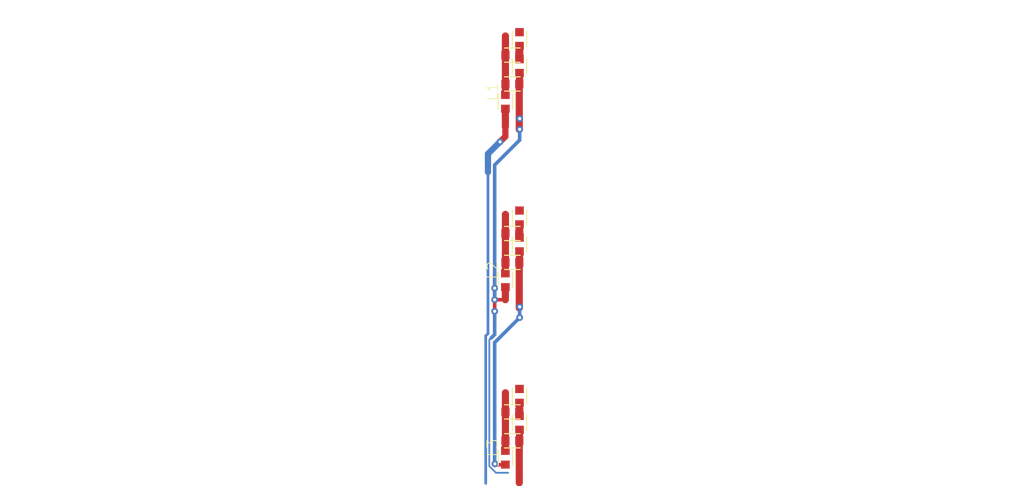
<source format=kicad_pcb>
(kicad_pcb (version 20221018) (generator pcbnew)
  (layers (0 "F.Cu" signal) (31 "B.Cu" signal) (34 "B.Paste" user) (35 "F.Paste" user) (36 "B.SilkS" user "B.Silkscreen") (37 "F.SilkS" user "F.Silkscreen") (38 "B.Mask" user) (39 "F.Mask" user) (44 "Edge.Cuts" user))
  (net 0 "")
  (net 1 "ADC")
  (net 2 "GND")
  (net 3 "N$7")
  (net 4 "ANTIN")
  (net 5 "INPUT1")
  (net 6 "N$1")
  (net 7 "ANTIN2")
  (net 8 "INPUT2")
  (net 9 "N$2")
  (net 10 "ANTIN4")
  (footprint "PCB_rectenna_withL_Array v2:CAPC1608X85" (layer "F.Cu") (at 149.2811 125.3836 -90)
    (fp_text reference "C1" hide)
    (fp_text value "")
    (fp_line (start 0.875 -0.7991) (end -0.875 -0.7991) (stroke (width 0.127)) (layer "F.SilkS"))
    (fp_line (start 0.875 0.7991) (end -0.875 0.7991) (stroke (width 0.127)) (layer "F.SilkS"))
    (pad "1" smd rect (at -0.7746 0 270) (size 0.9209 0.9702) (layers "F.Cu" "F.Paste" "F.Mask") (net 7 "ANTIN2"))
    (pad "2" smd rect (at 0.7746 0 270) (size 0.9209 0.9702) (layers "F.Cu" "F.Paste" "F.Mask") (net 6 "N$1"))
  )
  (footprint "PCB_rectenna_withL_Array v2:CAPC1608X85" (layer "F.Cu") (at 149.2811 148.41105 90)
    (fp_text reference "C11" hide)
    (fp_text value "")
    (fp_line (start 0.875 -0.7991) (end -0.875 -0.7991) (stroke (width 0.127)) (layer "F.SilkS"))
    (fp_line (start 0.875 0.7991) (end -0.875 0.7991) (stroke (width 0.127)) (layer "F.SilkS"))
    (pad "1" smd rect (at -0.7746 0 90) (size 0.9209 0.9702) (layers "F.Cu" "F.Paste" "F.Mask") (net 8 "INPUT2"))
    (pad "2" smd rect (at 0.7746 0 90) (size 0.9209 0.9702) (layers "F.Cu" "F.Paste" "F.Mask") (net 9 "N$2"))
  )
  (footprint "PCB_rectenna_withL_Array v2:CAPC1608X85" (layer "F.Cu") (at 148.4811 147.1836)
    (fp_text reference "C10" hide)
    (fp_text value "")
    (fp_line (start 0.875 -0.7991) (end -0.875 -0.7991) (stroke (width 0.127)) (layer "F.SilkS"))
    (fp_line (start 0.875 0.7991) (end -0.875 0.7991) (stroke (width 0.127)) (layer "F.SilkS"))
    (pad "1" smd rect (at -0.7746 0) (size 0.9209 0.9702) (layers "F.Cu" "F.Paste" "F.Mask") (net 10 "ANTIN4"))
    (pad "2" smd rect (at 0.7746 0) (size 0.9209 0.9702) (layers "F.Cu" "F.Paste" "F.Mask") (net 9 "N$2"))
  )
  (footprint "PCB_rectenna_withL_Array v2:INDC1608X95N" (layer "F.Cu") (at 147.7011 132.4036 90)
    (fp_text reference "L2" (at 0 -1.4341 90) (layer "F.SilkS") (effects (font (size 1.176528 1.176528) (thickness 0.093472)) (justify left)))
    (fp_text value "")
    (fp_line (start 0.875 -0.7991) (end -0.875 -0.7991) (stroke (width 0.12)) (layer "F.SilkS"))
    (fp_line (start 0.875 0.7991) (end -0.875 0.7991) (stroke (width 0.12)) (layer "F.SilkS"))
    (pad "1" smd rect (at -0.7851 0 90) (size 0.9 0.9702) (layers "F.Cu" "F.Paste" "F.Mask") (net 1 "ADC"))
    (pad "2" smd rect (at 0.7688 0 90) (size 0.9326 0.9702) (layers "F.Cu" "F.Paste" "F.Mask") (net 7 "ANTIN2"))
  )
  (footprint "PCB_rectenna_withL_Array v2:CAPC1608X85" (layer "F.Cu") (at 148.4811 107.1836)
    (fp_text reference "C5" hide)
    (fp_text value "")
    (fp_line (start 0.875 -0.7991) (end -0.875 -0.7991) (stroke (width 0.127)) (layer "F.SilkS"))
    (fp_line (start 0.875 0.7991) (end -0.875 0.7991) (stroke (width 0.127)) (layer "F.SilkS"))
    (pad "1" smd rect (at -0.7746 0) (size 0.9209 0.9702) (layers "F.Cu" "F.Paste" "F.Mask") (net 4 "ANTIN"))
    (pad "2" smd rect (at 0.7746 0) (size 0.9209 0.9702) (layers "F.Cu" "F.Paste" "F.Mask") (net 3 "N$7"))
  )
  (footprint "PCB_rectenna_withL_Array v2:INDC1608X95N" (layer "F.Cu") (at 147.7011 112.4036 90)
    (fp_text reference "L1" (at 0 -1.4341 90) (layer "F.SilkS") (effects (font (size 1.176528 1.176528) (thickness 0.093472)) (justify left)))
    (fp_text value "")
    (fp_line (start 0.875 -0.7991) (end -0.875 -0.7991) (stroke (width 0.12)) (layer "F.SilkS"))
    (fp_line (start 0.875 0.7991) (end -0.875 0.7991) (stroke (width 0.12)) (layer "F.SilkS"))
    (pad "1" smd rect (at -0.7851 0 90) (size 0.9 0.9702) (layers "F.Cu" "F.Paste" "F.Mask") (net 2 "GND"))
    (pad "2" smd rect (at 0.7688 0 90) (size 0.9326 0.9702) (layers "F.Cu" "F.Paste" "F.Mask") (net 4 "ANTIN"))
  )
  (footprint "PCB_rectenna_withL_Array v2:CAPC1608X85" (layer "F.Cu") (at 148.4811 110.4187 180)
    (fp_text reference "C7" hide)
    (fp_text value "")
    (fp_line (start 0.875 -0.7991) (end -0.875 -0.7991) (stroke (width 0.127)) (layer "F.SilkS"))
    (fp_line (start 0.875 0.7991) (end -0.875 0.7991) (stroke (width 0.127)) (layer "F.SilkS"))
    (pad "1" smd rect (at -0.7746 0 180) (size 0.9209 0.9702) (layers "F.Cu" "F.Paste" "F.Mask") (net 1 "ADC"))
    (pad "2" smd rect (at 0.7746 0 180) (size 0.9209 0.9702) (layers "F.Cu" "F.Paste" "F.Mask") (net 4 "ANTIN"))
  )
  (footprint "PCB_rectenna_withL_Array v2:CAPC1608X85" (layer "F.Cu") (at 149.2811 108.41105 90)
    (fp_text reference "C6" hide)
    (fp_text value "")
    (fp_line (start 0.875 -0.7991) (end -0.875 -0.7991) (stroke (width 0.127)) (layer "F.SilkS"))
    (fp_line (start 0.875 0.7991) (end -0.875 0.7991) (stroke (width 0.127)) (layer "F.SilkS"))
    (pad "1" smd rect (at -0.7746 0 90) (size 0.9209 0.9702) (layers "F.Cu" "F.Paste" "F.Mask") (net 1 "ADC"))
    (pad "2" smd rect (at 0.7746 0 90) (size 0.9209 0.9702) (layers "F.Cu" "F.Paste" "F.Mask") (net 3 "N$7"))
  )
  (footprint "PCB_rectenna_withL_Array v2:CAPC1608X85" (layer "F.Cu") (at 148.4811 127.1836)
    (fp_text reference "C2" hide)
    (fp_text value "")
    (fp_line (start 0.875 -0.7991) (end -0.875 -0.7991) (stroke (width 0.127)) (layer "F.SilkS"))
    (fp_line (start 0.875 0.7991) (end -0.875 0.7991) (stroke (width 0.127)) (layer "F.SilkS"))
    (pad "1" smd rect (at -0.7746 0) (size 0.9209 0.9702) (layers "F.Cu" "F.Paste" "F.Mask") (net 7 "ANTIN2"))
    (pad "2" smd rect (at 0.7746 0) (size 0.9209 0.9702) (layers "F.Cu" "F.Paste" "F.Mask") (net 6 "N$1"))
  )
  (footprint "PCB_rectenna_withL_Array v2:CAPC1608X85" (layer "F.Cu") (at 149.2811 145.3836 -90)
    (fp_text reference "C9" hide)
    (fp_text value "")
    (fp_line (start 0.875 -0.7991) (end -0.875 -0.7991) (stroke (width 0.127)) (layer "F.SilkS"))
    (fp_line (start 0.875 0.7991) (end -0.875 0.7991) (stroke (width 0.127)) (layer "F.SilkS"))
    (pad "1" smd rect (at -0.7746 0 270) (size 0.9209 0.9702) (layers "F.Cu" "F.Paste" "F.Mask") (net 10 "ANTIN4"))
    (pad "2" smd rect (at 0.7746 0 270) (size 0.9209 0.9702) (layers "F.Cu" "F.Paste" "F.Mask") (net 9 "N$2"))
  )
  (footprint "PCB_rectenna_withL_Array v2:INDC1608X95N" (layer "F.Cu") (at 147.7011 152.3036 90)
    (fp_text reference "L3" (at 0 -1.4341 90) (layer "F.SilkS") (effects (font (size 1.176528 1.176528) (thickness 0.093472)) (justify left)))
    (fp_text value "")
    (fp_line (start 0.875 -0.7991) (end -0.875 -0.7991) (stroke (width 0.12)) (layer "F.SilkS"))
    (fp_line (start 0.875 0.7991) (end -0.875 0.7991) (stroke (width 0.12)) (layer "F.SilkS"))
    (pad "1" smd rect (at -0.7851 0 90) (size 0.9 0.9702) (layers "F.Cu" "F.Paste" "F.Mask") (net 5 "INPUT1"))
    (pad "2" smd rect (at 0.7688 0 90) (size 0.9326 0.9702) (layers "F.Cu" "F.Paste" "F.Mask") (net 10 "ANTIN4"))
  )
  (footprint "PCB_rectenna_withL_Array v2:CAPC1608X85" (layer "F.Cu") (at 149.2811 105.3836 -90)
    (fp_text reference "C4" hide)
    (fp_text value "")
    (fp_line (start 0.875 -0.7991) (end -0.875 -0.7991) (stroke (width 0.127)) (layer "F.SilkS"))
    (fp_line (start 0.875 0.7991) (end -0.875 0.7991) (stroke (width 0.127)) (layer "F.SilkS"))
    (pad "1" smd rect (at -0.7746 0 270) (size 0.9209 0.9702) (layers "F.Cu" "F.Paste" "F.Mask") (net 4 "ANTIN"))
    (pad "2" smd rect (at 0.7746 0 270) (size 0.9209 0.9702) (layers "F.Cu" "F.Paste" "F.Mask") (net 3 "N$7"))
  )
  (footprint "PCB_rectenna_withL_Array v2:CAPC1608X85" (layer "F.Cu") (at 148.4811 130.4187 180)
    (fp_text reference "C8" hide)
    (fp_text value "")
    (fp_line (start 0.875 -0.7991) (end -0.875 -0.7991) (stroke (width 0.127)) (layer "F.SilkS"))
    (fp_line (start 0.875 0.7991) (end -0.875 0.7991) (stroke (width 0.127)) (layer "F.SilkS"))
    (pad "1" smd rect (at -0.7746 0 180) (size 0.9209 0.9702) (layers "F.Cu" "F.Paste" "F.Mask") (net 5 "INPUT1"))
    (pad "2" smd rect (at 0.7746 0 180) (size 0.9209 0.9702) (layers "F.Cu" "F.Paste" "F.Mask") (net 7 "ANTIN2"))
  )
  (footprint "PCB_rectenna_withL_Array v2:CAPC1608X85" (layer "F.Cu") (at 148.4811 150.4187 180)
    (fp_text reference "C12" hide)
    (fp_text value "")
    (fp_line (start 0.875 -0.7991) (end -0.875 -0.7991) (stroke (width 0.127)) (layer "F.SilkS"))
    (fp_line (start 0.875 0.7991) (end -0.875 0.7991) (stroke (width 0.127)) (layer "F.SilkS"))
    (pad "1" smd rect (at -0.7746 0 180) (size 0.9209 0.9702) (layers "F.Cu" "F.Paste" "F.Mask") (net 8 "INPUT2"))
    (pad "2" smd rect (at 0.7746 0 180) (size 0.9209 0.9702) (layers "F.Cu" "F.Paste" "F.Mask") (net 10 "ANTIN4"))
  )
  (footprint "PCB_rectenna_withL_Array v2:CAPC1608X85" (layer "F.Cu") (at 149.2811 128.41105 90)
    (fp_text reference "C3" hide)
    (fp_text value "")
    (fp_line (start 0.875 -0.7991) (end -0.875 -0.7991) (stroke (width 0.127)) (layer "F.SilkS"))
    (fp_line (start 0.875 0.7991) (end -0.875 0.7991) (stroke (width 0.127)) (layer "F.SilkS"))
    (pad "1" smd rect (at -0.7746 0 90) (size 0.9209 0.9702) (layers "F.Cu" "F.Paste" "F.Mask") (net 5 "INPUT1"))
    (pad "2" smd rect (at 0.7746 0 90) (size 0.9209 0.9702) (layers "F.Cu" "F.Paste" "F.Mask") (net 6 "N$1"))
  )
  (segment (start 149.2557 110.4187) (end 149.2557 115.5282) (width 0.8) (layer "F.Cu") (net 1))
  (segment (start 147.7011 134.6036) (end 147.7011 133.1887) (width 0.8) (layer "F.Cu") (net 1))
  (segment (start 149.2811 110.3933) (end 149.2557 110.4187) (width 0.8) (layer "F.Cu") (net 1))
  (segment (start 146.5011 134.6036) (end 146.5011 135.9036) (width 0.4) (layer "F.Cu") (net 1))
  (segment (start 149.2811 109.18565) (end 149.2811 110.3933) (width 0.8) (layer "F.Cu") (net 1))
  (segment (start 146.5011 134.6036) (end 146.5011 131.7036) (width 0.4) (layer "F.Cu") (net 1))
  (segment (start 146.5011 134.6036) (end 147.7011 134.6036) (width 0.4) (layer "F.Cu") (net 1))
  (via (at 146.5011 134.6036) (size 0.7564) (drill 0.35) (layers "F.Cu" "B.Cu") (net 1))
  (via (at 146.5011 133.3036) (size 0.7564) (drill 0.35) (layers "F.Cu" "B.Cu") (net 1))
  (via (at 149.3011 115.5036) (size 0.7564) (drill 0.35) (layers "F.Cu" "B.Cu") (net 1))
  (via (at 146.5011 135.9036) (size 0.7564) (drill 0.35) (layers "F.Cu" "B.Cu") (net 1))
  (via (at 149.3011 114.3036) (size 0.7564) (drill 0.35) (layers "F.Cu" "B.Cu") (net 1))
  (segment (start 146.639894 154.0036) (end 148.0035 154.0036) (width 0.2) (layer "B.Cu") (net 1))
  (segment (start 146.5011 134.6036) (end 146.5011 133.3036) (width 0.4) (layer "B.Cu") (net 1))
  (segment (start 149.3011 116.7036) (end 149.3011 115.5036) (width 0.4) (layer "B.Cu") (net 1))
  (segment (start 146.5011 119.5036) (end 149.3011 116.7036) (width 0.4) (layer "B.Cu") (net 1))
  (segment (start 146.1011 138.9036) (end 145.9011 139.1036) (width 0.2) (layer "B.Cu") (net 1))
  (segment (start 145.9011 139.1036) (end 145.9011 153.264806) (width 0.2) (layer "B.Cu") (net 1))
  (segment (start 145.9011 153.264806) (end 146.639894 154.0036) (width 0.2) (layer "B.Cu") (net 1))
  (segment (start 146.5011 135.9036) (end 146.5011 138.5036) (width 0.4) (layer "B.Cu") (net 1))
  (segment (start 146.5011 138.5036) (end 146.1011 138.9036) (width 0.4) (layer "B.Cu") (net 1))
  (segment (start 146.5011 133.3036) (end 146.5011 119.5036) (width 0.4) (layer "B.Cu") (net 1))
  (segment (start 147.7011 115.2036) (end 147.7011 116.3036) (width 0.7) (layer "F.Cu") (net 2))
  (segment (start 147.7011 116.3036) (end 147.1011 116.9036) (width 0.7) (layer "F.Cu") (net 2))
  (segment (start 147.7011 113.1887) (end 147.7011 115.2036) (width 0.8) (layer "F.Cu") (net 2))
  (via (at 147.1011 116.9036) (size 0.7564) (drill 0.35) (layers "F.Cu" "B.Cu") (net 2))
  (segment (start 147.1011 116.9036) (end 145.7511 118.2536) (width 0.7) (layer "B.Cu") (net 2))
  (segment (start 145.4987 138.656) (end 145.4987 155.1976) (width 0.3) (layer "B.Cu") (net 2))
  (segment (start 145.7511 138.4036) (end 145.4987 138.656) (width 0.3) (layer "B.Cu") (net 2))
  (segment (start 145.7511 120.3036) (end 145.7511 138.4036) (width 0.3) (layer "B.Cu") (net 2))
  (segment (start 145.7511 118.2536) (end 145.7511 120.3036) (width 0.7) (layer "B.Cu") (net 2))
  (segment (start 149.2811 107.1582) (end 149.2557 107.1836) (width 0.8) (layer "F.Cu") (net 3))
  (segment (start 149.2557 107.1836) (end 149.2811 107.209) (width 0.8) (layer "F.Cu") (net 3))
  (segment (start 149.2811 107.209) (end 149.2811 107.63645) (width 0.8) (layer "F.Cu") (net 3))
  (segment (start 149.2811 106.1582) (end 149.2811 107.1582) (width 0.8) (layer "F.Cu") (net 3))
  (segment (start 147.7065 111.6294) (end 147.7011 111.6348) (width 0.8) (layer "F.Cu") (net 4))
  (segment (start 147.7065 107.1836) (end 147.7065 110.4187) (width 0.8) (layer "F.Cu") (net 4))
  (segment (start 147.7065 110.4187) (end 147.7065 111.6294) (width 0.8) (layer "F.Cu") (net 4))
  (segment (start 147.7065 107.1836) (end 147.7065 105.036) (width 0.8) (layer "F.Cu") (net 4))
  (segment (start 149.2811 130.3933) (end 149.2557 130.4187) (width 0.8) (layer "F.Cu") (net 5))
  (segment (start 149.2811 129.18565) (end 149.2811 130.3933) (width 0.8) (layer "F.Cu") (net 5))
  (segment (start 146.6317 153.1036) (end 146.5317 153.0036) (width 0.4) (layer "F.Cu") (net 5))
  (segment (start 149.2557 135.5282) (end 149.2557 130.4187) (width 0.8) (layer "F.Cu") (net 5))
  (segment (start 147.5011 153.1036) (end 146.6317 153.1036) (width 0.4) (layer "F.Cu") (net 5))
  (via (at 149.3011 136.6036) (size 0.7564) (drill 0.35) (layers "F.Cu" "B.Cu") (net 5))
  (via (at 149.3011 135.4036) (size 0.7564) (drill 0.35) (layers "F.Cu" "B.Cu") (net 5))
  (via (at 146.5317 153.0036) (size 0.7564) (drill 0.35) (layers "F.Cu" "B.Cu") (net 5))
  (segment (start 149.3011 135.4036) (end 149.3011 136.6036) (width 0.4) (layer "B.Cu") (net 5))
  (segment (start 146.5011 139.4036) (end 146.5011 153.0036) (width 0.4) (layer "B.Cu") (net 5))
  (segment (start 149.3011 136.6036) (end 146.5011 139.4036) (width 0.4) (layer "B.Cu") (net 5))
  (segment (start 149.2811 127.1582) (end 149.2811 126.1582) (width 0.8) (layer "F.Cu") (net 6))
  (segment (start 149.2811 127.1582) (end 149.2557 127.1836) (width 0.8) (layer "F.Cu") (net 6))
  (segment (start 149.2557 127.1836) (end 149.2811 127.209) (width 0.8) (layer "F.Cu") (net 6))
  (segment (start 149.2811 127.209) (end 149.2811 127.63645) (width 0.8) (layer "F.Cu") (net 6))
  (segment (start 147.7011 131.6348) (end 147.7065 131.6294) (width 0.8) (layer "F.Cu") (net 7))
  (segment (start 147.7065 130.4187) (end 147.7065 127.1836) (width 0.8) (layer "F.Cu") (net 7))
  (segment (start 147.7065 127.1836) (end 147.7065 125.036) (width 0.8) (layer "F.Cu") (net 7))
  (segment (start 147.7065 131.6294) (end 147.7065 130.4187) (width 0.8) (layer "F.Cu") (net 7))
  (segment (start 149.2557 150.4187) (end 149.2811 150.3933) (width 0.8) (layer "F.Cu") (net 8))
  (segment (start 149.2811 150.3933) (end 149.2811 149.18565) (width 0.8) (layer "F.Cu") (net 8))
  (segment (start 149.2557 150.4187) (end 149.2557 155.1282) (width 0.8) (layer "F.Cu") (net 8))
  (segment (start 149.2811 146.1582) (end 149.2811 147.1582) (width 0.8) (layer "F.Cu") (net 9))
  (segment (start 149.2811 147.1582) (end 149.2557 147.1836) (width 0.8) (layer "F.Cu") (net 9))
  (segment (start 149.2557 147.1836) (end 149.2811 147.209) (width 0.8) (layer "F.Cu") (net 9))
  (segment (start 149.2811 147.209) (end 149.2811 147.63645) (width 0.8) (layer "F.Cu") (net 9))
  (segment (start 147.7065 147.1836) (end 147.7065 150.4187) (width 0.8) (layer "F.Cu") (net 10))
  (segment (start 147.7065 151.5294) (end 147.7011 151.5348) (width 0.8) (layer "F.Cu") (net 10))
  (segment (start 147.7065 147.1836) (end 147.7065 145.036) (width 0.8) (layer "F.Cu") (net 10))
  (segment (start 147.7065 150.4187) (end 147.7065 151.5294) (width 0.8) (layer "F.Cu") (net 10))
)
</source>
